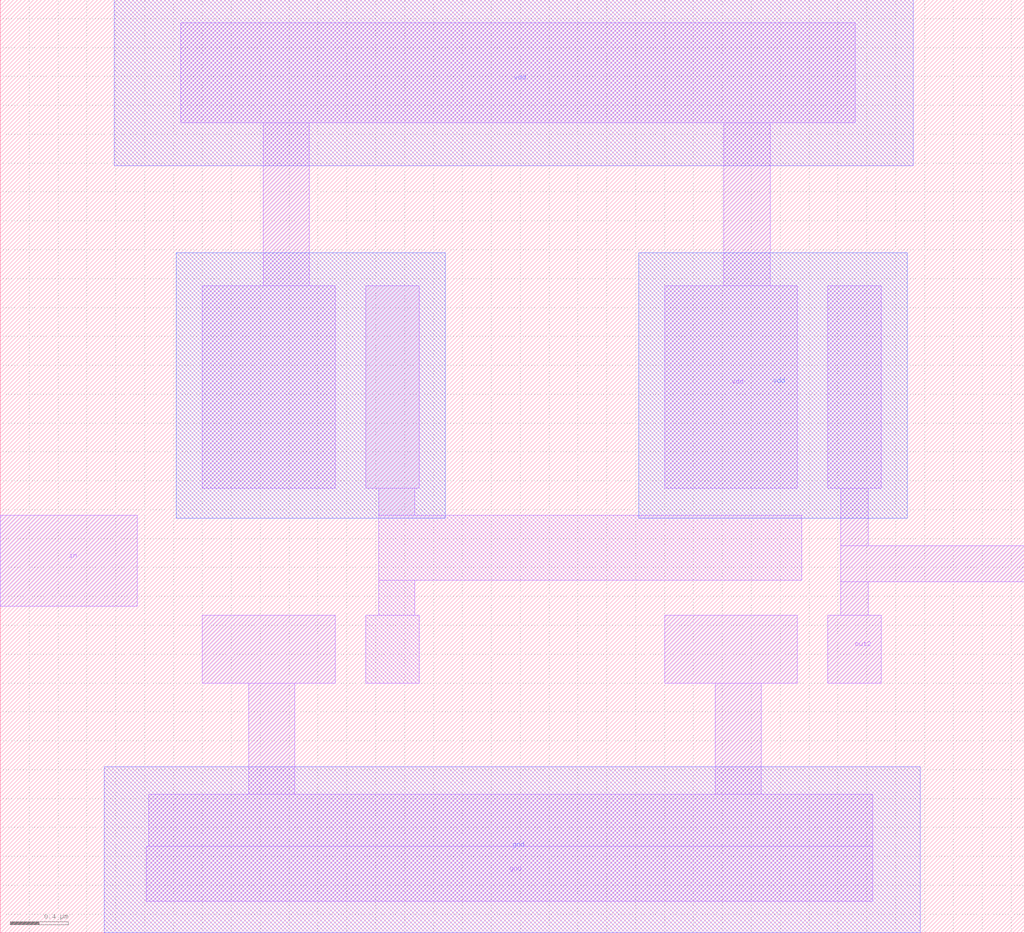
<source format=lef>
VERSION 5.7 ;
  NOWIREEXTENSIONATPIN ON ;
  DIVIDERCHAR "/" ;
  BUSBITCHARS "[]" ;
MACRO buf
  CLASS BLOCK ;
  FOREIGN buf ;
  ORIGIN 2.600 -4.870 ;
  SIZE 7.090 BY 6.460 ;
  PIN in
    ANTENNAGATEAREA 0.280500 ;
    PORT
      LAYER li1 ;
        RECT -2.600 7.130 -1.650 7.760 ;
    END
  END in
  PIN out2
    ANTENNADIFFAREA 0.748000 ;
    PORT
      LAYER li1 ;
        RECT 3.130 7.950 3.500 9.350 ;
        RECT 3.220 7.550 3.410 7.950 ;
        RECT 3.220 7.300 4.490 7.550 ;
        RECT 3.220 7.070 3.410 7.300 ;
        RECT 3.130 6.600 3.500 7.070 ;
    END
  END out2
  PIN vdd
    ANTENNADIFFAREA 2.660000 ;
    PORT
      LAYER nwell ;
        RECT -1.380 7.740 0.480 9.580 ;
        RECT 1.820 7.740 3.680 9.580 ;
      LAYER li1 ;
        RECT -1.350 10.480 3.320 11.170 ;
        RECT -0.780 9.350 -0.460 10.480 ;
        RECT 2.410 9.350 2.730 10.480 ;
        RECT -1.200 7.950 -0.280 9.350 ;
        RECT 2.000 7.950 2.920 9.350 ;
      LAYER met1 ;
        RECT -1.810 10.180 3.720 11.330 ;
    END
  END vdd
  PIN gnd
    ANTENNADIFFAREA 0.893000 ;
    PORT
      LAYER li1 ;
        RECT -1.200 6.600 -0.280 7.070 ;
        RECT 2.000 6.600 2.920 7.070 ;
        RECT -0.880 5.830 -0.560 6.600 ;
        RECT 2.350 5.830 2.670 6.600 ;
        RECT -1.570 5.470 3.440 5.830 ;
        RECT -1.590 5.090 3.440 5.470 ;
      LAYER met1 ;
        RECT -1.880 4.870 3.770 6.020 ;
    END
  END gnd
  OBS
      LAYER li1 ;
        RECT -0.070 7.950 0.300 9.350 ;
        RECT 0.020 7.760 0.270 7.950 ;
        RECT 0.020 7.310 2.950 7.760 ;
        RECT 0.020 7.070 0.270 7.310 ;
        RECT -0.070 6.600 0.300 7.070 ;
  END
END buf
END LIBRARY


</source>
